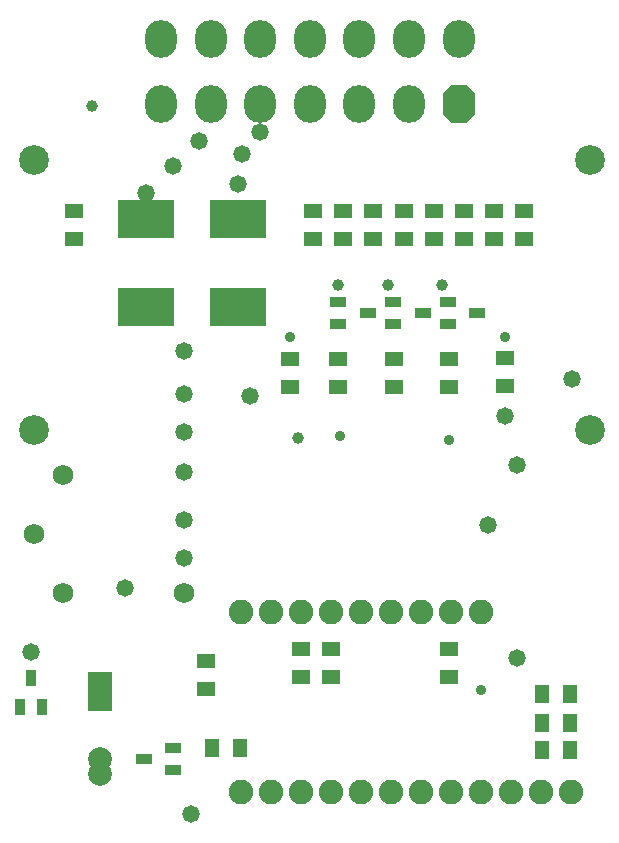
<source format=gbs>
%FSLAX23Y23*%
%MOIN*%
G70*
G01*
G75*
G04 Layer_Color=16711935*
G04:AMPARAMS|DCode=10|XSize=51mil|YSize=118mil|CornerRadius=0mil|HoleSize=0mil|Usage=FLASHONLY|Rotation=180.000|XOffset=0mil|YOffset=0mil|HoleType=Round|Shape=Octagon|*
%AMOCTAGOND10*
4,1,8,0.013,-0.059,-0.013,-0.059,-0.026,-0.046,-0.026,0.046,-0.013,0.059,0.013,0.059,0.026,0.046,0.026,-0.046,0.013,-0.059,0.0*
%
%ADD10OCTAGOND10*%

%ADD11R,0.051X0.118*%
%ADD12R,0.051X0.073*%
%ADD13C,0.039*%
%ADD14C,0.118*%
%ADD15C,0.030*%
%ADD16C,0.020*%
%ADD17C,0.060*%
%ADD18C,0.071*%
%ADD19R,0.071X0.071*%
%ADD20C,0.091*%
G04:AMPARAMS|DCode=21|XSize=98mil|YSize=118mil|CornerRadius=0mil|HoleSize=0mil|Usage=FLASHONLY|Rotation=180.000|XOffset=0mil|YOffset=0mil|HoleType=Round|Shape=Octagon|*
%AMOCTAGOND21*
4,1,8,0.025,-0.059,-0.025,-0.059,-0.049,-0.034,-0.049,0.034,-0.025,0.059,0.025,0.059,0.049,0.034,0.049,-0.034,0.025,-0.059,0.0*
%
%ADD21OCTAGOND21*%

%ADD22O,0.098X0.118*%
%ADD23C,0.074*%
%ADD24C,0.050*%
%ADD25C,0.028*%
%ADD26C,0.031*%
%ADD27R,0.055X0.043*%
%ADD28R,0.043X0.055*%
%ADD29R,0.177X0.118*%
%ADD30R,0.026X0.047*%
%ADD31R,0.047X0.026*%
%ADD32C,0.010*%
%ADD33C,0.059*%
%ADD34C,0.008*%
%ADD35C,0.006*%
%ADD36C,0.012*%
%ADD37C,0.020*%
%ADD38C,0.010*%
%ADD39C,0.008*%
%ADD40C,0.006*%
G04:AMPARAMS|DCode=41|XSize=59mil|YSize=126mil|CornerRadius=0mil|HoleSize=0mil|Usage=FLASHONLY|Rotation=180.000|XOffset=0mil|YOffset=0mil|HoleType=Round|Shape=Octagon|*
%AMOCTAGOND41*
4,1,8,0.015,-0.063,-0.015,-0.063,-0.030,-0.048,-0.030,0.048,-0.015,0.063,0.015,0.063,0.030,0.048,0.030,-0.048,0.015,-0.063,0.0*
%
%ADD41OCTAGOND41*%

%ADD42R,0.059X0.126*%
%ADD43R,0.059X0.081*%
%ADD44C,0.068*%
%ADD45C,0.079*%
%ADD46R,0.079X0.079*%
%ADD47C,0.099*%
G04:AMPARAMS|DCode=48|XSize=106mil|YSize=126mil|CornerRadius=0mil|HoleSize=0mil|Usage=FLASHONLY|Rotation=180.000|XOffset=0mil|YOffset=0mil|HoleType=Round|Shape=Octagon|*
%AMOCTAGOND48*
4,1,8,0.027,-0.063,-0.027,-0.063,-0.053,-0.036,-0.053,0.036,-0.027,0.063,0.027,0.063,0.053,0.036,0.053,-0.036,0.027,-0.063,0.0*
%
%ADD48OCTAGOND48*%

%ADD49O,0.106X0.126*%
%ADD50C,0.082*%
%ADD51C,0.058*%
%ADD52C,0.036*%
%ADD53C,0.039*%
%ADD54R,0.063X0.051*%
%ADD55R,0.051X0.063*%
%ADD56R,0.185X0.126*%
%ADD57R,0.034X0.055*%
%ADD58R,0.055X0.034*%
D44*
X-421Y783D02*
D03*
X-823D02*
D03*
Y1177D02*
D03*
X-921Y980D02*
D03*
D45*
X-700Y230D02*
D03*
Y180D02*
D03*
D46*
Y430D02*
D03*
Y480D02*
D03*
D47*
X-921Y2225D02*
D03*
Y1327D02*
D03*
X933D02*
D03*
Y2225D02*
D03*
D48*
X496Y2413D02*
D03*
D49*
Y2630D02*
D03*
X331Y2413D02*
D03*
Y2630D02*
D03*
X165Y2413D02*
D03*
Y2630D02*
D03*
X0Y2413D02*
D03*
Y2630D02*
D03*
X-165Y2413D02*
D03*
Y2630D02*
D03*
X-331Y2413D02*
D03*
Y2630D02*
D03*
X-496Y2413D02*
D03*
Y2630D02*
D03*
D50*
X-231Y720D02*
D03*
X-131D02*
D03*
X-31D02*
D03*
X69D02*
D03*
X169D02*
D03*
X269D02*
D03*
X369D02*
D03*
X469D02*
D03*
X569D02*
D03*
X869Y120D02*
D03*
X769D02*
D03*
X669D02*
D03*
X569D02*
D03*
X469D02*
D03*
X369D02*
D03*
X269D02*
D03*
X169D02*
D03*
X69D02*
D03*
X-31D02*
D03*
X-131D02*
D03*
X-231D02*
D03*
D51*
X690Y565D02*
D03*
X-455Y2205D02*
D03*
X-545Y2115D02*
D03*
X-370Y2290D02*
D03*
X-165Y2320D02*
D03*
X-225Y2245D02*
D03*
X-240Y2145D02*
D03*
X-420Y900D02*
D03*
Y1025D02*
D03*
Y1185D02*
D03*
Y1320D02*
D03*
Y1445D02*
D03*
Y1590D02*
D03*
X-395Y45D02*
D03*
X690Y1210D02*
D03*
X595Y1010D02*
D03*
X875Y1495D02*
D03*
X649Y1371D02*
D03*
X-200Y1440D02*
D03*
X-615Y800D02*
D03*
X-931Y585D02*
D03*
D52*
X464Y1294D02*
D03*
X100Y1305D02*
D03*
X-65Y1635D02*
D03*
X570Y460D02*
D03*
X649Y1636D02*
D03*
D53*
X-40Y1300D02*
D03*
X-725Y2405D02*
D03*
X95Y1810D02*
D03*
X260D02*
D03*
X440D02*
D03*
D54*
X-65Y1562D02*
D03*
X-65Y1468D02*
D03*
X-345Y463D02*
D03*
X-345Y557D02*
D03*
X715Y1963D02*
D03*
X715Y2057D02*
D03*
X614Y1963D02*
D03*
X614Y2057D02*
D03*
X464Y1562D02*
D03*
X464Y1468D02*
D03*
X279Y1562D02*
D03*
X279Y1468D02*
D03*
X211Y2057D02*
D03*
X211Y1963D02*
D03*
X94Y1562D02*
D03*
X94Y1468D02*
D03*
X312Y2057D02*
D03*
X312Y1963D02*
D03*
X413Y2057D02*
D03*
X413Y1963D02*
D03*
X10D02*
D03*
X10Y2057D02*
D03*
X111D02*
D03*
X111Y1963D02*
D03*
X514Y2057D02*
D03*
X514Y1963D02*
D03*
X-785D02*
D03*
X-785Y2057D02*
D03*
X649Y1565D02*
D03*
X649Y1471D02*
D03*
X-31Y503D02*
D03*
X-31Y597D02*
D03*
X69D02*
D03*
X69Y503D02*
D03*
X465Y597D02*
D03*
X465Y503D02*
D03*
D55*
X-327Y265D02*
D03*
X-233Y265D02*
D03*
X774Y260D02*
D03*
X868D02*
D03*
X774Y446D02*
D03*
X868D02*
D03*
Y350D02*
D03*
X774Y350D02*
D03*
D56*
X-545Y1737D02*
D03*
Y2029D02*
D03*
X-240D02*
D03*
Y1737D02*
D03*
D57*
X-930Y499D02*
D03*
X-967Y401D02*
D03*
X-893D02*
D03*
D58*
X-554Y230D02*
D03*
X-456Y193D02*
D03*
Y267D02*
D03*
X558Y1715D02*
D03*
X460Y1752D02*
D03*
Y1678D02*
D03*
X193Y1715D02*
D03*
X95Y1752D02*
D03*
Y1678D02*
D03*
X376Y1715D02*
D03*
X277Y1752D02*
D03*
Y1678D02*
D03*
M02*

</source>
